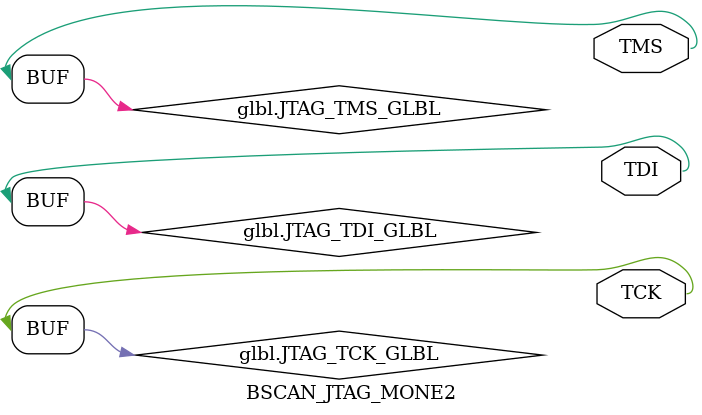
<source format=v>


`timescale 1 ps / 1 ps 

module BSCAN_JTAG_MONE2 (
  TCK,
  TDI,
  TMS
);


  output TCK;
  output TDI;
  output TMS;



//--####################################################################
//--#####                            Output                          ###
//--####################################################################

  assign TCK     = glbl.JTAG_TCK_GLBL;
  assign TDI     = glbl.JTAG_TDI_GLBL;
  assign TMS     = glbl.JTAG_TMS_GLBL;

  specify

    specparam PATHPULSE$ = 0;
  endspecify

endmodule

</source>
